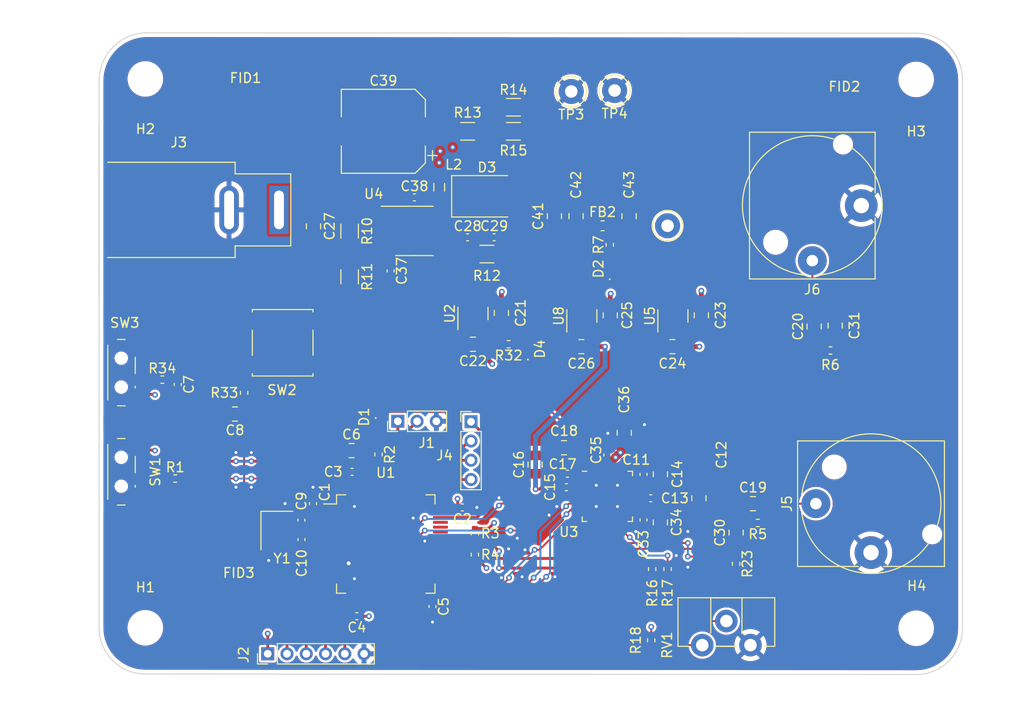
<source format=kicad_pcb>
(kicad_pcb (version 20221018) (generator pcbnew)
  (layers (0 "F.Cu" signal) (1 "In1.Cu" power) (2 "In2.Cu" power) (31 "B.Cu" signal) (34 "B.Paste" user) (35 "F.Paste" user) (36 "B.SilkS" user "B.Silkscreen") (37 "F.SilkS" user "F.Silkscreen") (38 "B.Mask" user) (39 "F.Mask" user) (44 "Edge.Cuts" user))
  (net 0 "")
  (net 1 "+3.3V")
  (net 2 "GND")
  (net 3 "Net-(R33-Pad1)")
  (net 4 "Net-(SW3-B)")
  (net 5 "OSC_PH0")
  (net 6 "OSC_PH1")
  (net 7 "+5V")
  (net 8 "+1V8")
  (net 9 "/comp5v")
  (net 10 "Net-(C28-Pad2)")
  (net 11 "+3.3VA")
  (net 12 "/SS5v")
  (net 13 "/ph5vout")
  (net 14 "+5VA")
  (net 15 "Net-(D1-A)")
  (net 16 "UART_RX")
  (net 17 "UART_TX")
  (net 18 "ADC11")
  (net 19 "ADC12")
  (net 20 "ADC13")
  (net 21 "ADC14")
  (net 22 "JTAG_TMS")
  (net 23 "JTAG_TCK")
  (net 24 "JTAG_TDI")
  (net 25 "JTAG_TDO")
  (net 26 "Net-(SW1-B)")
  (net 27 "Net-(U1-BOOT0)")
  (net 28 "PWR_LED_uC")
  (net 29 "I2C_SCL")
  (net 30 "I2C_SDA")
  (net 31 "/en5v")
  (net 32 "/fb5v")
  (net 33 "Net-(D4-A)")
  (net 34 "On-Switch")
  (net 40 "I2S_ext_SD")
  (net 41 "I2S_SD")
  (net 45 "Codec_GPIO")
  (net 51 "I2S_CK")
  (net 54 "I2S_WS")
  (net 58 "I2S_MCK")
  (net 72 "Codec_Reset")
  (net 73 "/Barreljack_in")
  (net 74 "/b5v")
  (net 75 "/Codec/MICBIAS")
  (net 76 "/Codec/MIC1LM")
  (net 77 "/Codec/Volume")
  (net 78 "/Codec/HPL")
  (net 79 "/Codec/Analog_In_L")
  (net 80 "/Codec/Analog_In_R")
  (net 81 "Net-(C19-Pad2)")
  (net 82 "/Codec/AudioOutBoard")
  (net 83 "Net-(C30-Pad2)")
  (net 86 "Net-(C31-Pad1)")
  (net 87 "Net-(U3-HPR)")
  (net 88 "/Codec/VolumeVDiv")
  (net 89 "Net-(D2-A)")
  (footprint "MountingHole:MountingHole_3.2mm_M3" (layer "F.Cu") (at 205.8 109.25)
    (fp_text reference "H4")
    (fp_text value "MountingHole" hide)
  )
  (footprint "Resistor_SMD:R_0402_1005Metric" (layer "F.Cu") (at 160 99.4 -90)
    (fp_text reference "R3")
    (fp_text value "2k2" hide)
  )
  (footprint "Resistor_SMD:R_0402_1005Metric" (layer "F.Cu") (at 180 103.1 -90)
    (fp_text reference "R17")
    (fp_text value "10k" hide)
  )
  (footprint "LED_SMD:LED_0402_1005Metric" (layer "F.Cu") (at 165.5 80.25 90)
    (fp_text reference "D4")
    (fp_text value "LED" hide)
  )
  (footprint "Capacitor_SMD:C_0805_2012Metric" (layer "F.Cu") (at 159.8 79.75)
    (fp_text reference "C22")
    (fp_text value "1u" hide)
  )
  (footprint "Resistor_SMD:R_0402_1005Metric" (layer "F.Cu") (at 196.9 80.4)
    (fp_text reference "R6")
    (fp_text value "0" hide)
  )
  (footprint "Capacitor_SMD:C_0402_1005Metric" (layer "F.Cu") (at 177.5 93.27 90)
    (fp_text reference "C11")
    (fp_text value "100n" hide)
  )
  (footprint "Package_QFP:LQFP-64_10x10mm_P0.5mm" (layer "F.Cu") (at 150.75 100.5)
    (fp_text reference "U1")
    (fp_text value "STM32F405RGTx" hide)
  )
  (footprint "Package_DFN_QFN:VQFN-32-1EP_5x5mm_P0.5mm_EP3.5x3.5mm" (layer "F.Cu") (at 173.75 95.55)
    (fp_text reference "U3")
    (fp_text value "TLV320AIC3100" hide)
  )
  (footprint "Capacitor_SMD:C_0402_1005Metric" (layer "F.Cu") (at 143.2 96.3 90)
    (fp_text reference "C1")
    (fp_text value "100n" hide)
  )
  (footprint "Capacitor_SMD:C_0402_1005Metric" (layer "F.Cu") (at 169.6 93.2 180)
    (fp_text reference "C17")
    (fp_text value "100n" hide)
  )
  (footprint "MountingHole:MountingHole_3.2mm_M3" (layer "F.Cu") (at 205.8 52.25)
    (fp_text reference "H3")
    (fp_text value "MountingHole" hide)
  )
  (footprint "Capacitor_SMD:C_0805_2012Metric" (layer "F.Cu") (at 195.21 77.91 90)
    (fp_text reference "C20")
    (fp_text value "47u" hide)
  )
  (footprint "Connector_PinHeader_2.00mm:PinHeader_1x06_P2.00mm_Vertical" (layer "F.Cu") (at 138.5 111.9 90)
    (fp_text reference "J2")
    (fp_text value "Conn_01x06_Pin" hide)
  )
  (footprint "Resistor_SMD:R_1206_3216Metric" (layer "F.Cu") (at 161.25 70.3875)
    (fp_text reference "R12")
    (fp_text value "30.9k" hide)
  )
  (footprint "Connector_Audio:Jack_6.35mm_Neutrik_NJ2FD-V_Vertical" (layer "F.Cu") (at 195.39 96.31 90)
    (fp_text reference "J5")
    (fp_text value "AudioJack2" hide)
  )
  (footprint "Package_SO:SOIC-8_3.9x4.9mm_P1.27mm" (layer "F.Cu") (at 153.725 67.9825)
    (fp_text reference "U4")
    (fp_text value "TPS54233" hide)
  )
  (footprint "Connector_PinHeader_2.00mm:PinHeader_1x03_P2.00mm_Vertical" (layer "F.Cu") (at 152 87.75 90)
    (fp_text reference "J1")
    (fp_text value "Conn_01x03_Pin" hide)
  )
  (footprint "Capacitor_SMD:C_0805_2012Metric" (layer "F.Cu") (at 197.39 77.81 90)
    (fp_text reference "C31")
    (fp_text value "47u" hide)
  )
  (footprint "Capacitor_SMD:C_0402_1005Metric" (layer "F.Cu") (at 159.25 68.6475)
    (fp_text reference "C28")
    (fp_text value "220p" hide)
  )
  (footprint "Capacitor_SMD:C_0805_2012Metric" (layer "F.Cu") (at 179.25 93.25 90)
    (fp_text reference "C14")
    (fp_text value "22u" hide)
  )
  (footprint "Capacitor_SMD:C_0402_1005Metric" (layer "F.Cu") (at 151.25 72.1375 -90)
    (fp_text reference "C37")
    (fp_text value "15n" hide)
  )
  (footprint "Capacitor_SMD:C_0805_2012Metric" (layer "F.Cu") (at 176 66.45 90)
    (fp_text reference "C43")
    (fp_text value "1u" hide)
  )
  (footprint "Capacitor_SMD:C_0805_2012Metric" (layer "F.Cu") (at 162.75 76.5 90)
    (fp_text reference "C21")
    (fp_text value "1u" hide)
  )
  (footprint "Capacitor_SMD:C_0805_2012Metric" (layer "F.Cu") (at 187.11 99.31 90)
    (fp_text reference "C30")
    (fp_text value "1u" hide)
  )
  (footprint "Capacitor_SMD:C_0402_1005Metric" (layer "F.Cu") (at 142 98.02 90)
    (fp_text reference "C9")
    (fp_text value "10p" hide)
  )
  (footprint "Diode_SMD:D_SMB" (layer "F.Cu") (at 161.25 64.3875)
    (fp_text reference "D3")
    (fp_text value "B230" hide)
  )
  (footprint "Capacitor_SMD:C_0805_2012Metric" (layer "F.Cu") (at 147.2 90.8)
    (fp_text reference "C6")
    (fp_text value "10u")
  )
  (footprint "Resistor_SMD:R_0402_1005Metric" (layer "F.Cu") (at 136.05 84.8 -90)
    (fp_text reference "R33")
    (fp_text value "220" hide)
  )
  (footprint "Fiducial:Fiducial_1mm_Mask2mm" (layer "F.Cu") (at 135.5 105.5)
    (fp_text reference "FID3")
    (fp_text value "Fiducial" hide)
  )
  (footprint "Capacitor_SMD:C_0805_2012Metric" (layer "F.Cu") (at 166.25 92.25 90)
    (fp_text reference "C16")
    (fp_text value "10u" hide)
  )
  (footprint "Fiducial:Fiducial_1mm_Mask2mm" (layer "F.Cu") (at 136.2 54.1)
    (fp_text reference "FID1")
    (fp_text value "Fiducial" hide)
  )
  (footprint "Capacitor_SMD:C_0805_2012Metric" (layer "F.Cu") (at 170.5 66.45 90)
    (fp_text reference "C42")
    (fp_text value "1u" hide)
  )
  (footprint "Capacitor_SMD:C_0805_2012Metric" (layer "F.Cu") (at 143.25 67.5 -90)
    (fp_text reference "C27")
    (fp_text value "10u" hide)
  )
  (footprint "Connector_Pin:Pin_D1.3mm_L11.0mm" (layer "F.Cu") (at 170 53.5)
    (fp_text reference "TP3")
    (fp_text value "TestPoint" hide)
  )
  (footprint "Resistor_SMD:R_1206_3216Metric" (layer "F.Cu") (at 159.25 57.6375)
    (fp_text reference "R13")
    (fp_text value "10k" hide)
  )
  (footprint "Capacitor_SMD:C_0805_2012Metric" (layer "F.Cu") (at 171.05 80)
    (fp_text reference "C26")
    (fp_text value "1u" hide)
  )
  (footprint "Capacitor_SMD:C_0402_1005Metric" (layer "F.Cu") (at 129.16 83.93 -90)
    (fp_text reference "C7")
    (fp_text value "100n" hide)
  )
  (footprint "Capacitor_SMD:C_0805_2012Metric" (layer "F.Cu") (at 135.1 87 180)
    (fp_text reference "C8")
    (fp_text value "1u" hide)
  )
  (footprint "Capacitor_SMD:C_0402_1005Metric" (layer "F.Cu") (at 155.6 107 -90)
    (fp_text reference "C5")
    (fp_text value "100n" hide)
  )
  (footprint "Button_Switch_SMD:SW_SPDT_PCM12" (layer "F.Cu") (at 123.63 93 -90)
    (fp_text reference "SW1")
    (fp_text value "SW_SPDT" hide)
  )
  (footprint "Capacitor_SMD:C_0805_2012Metric" (layer "F.Cu") (at 179.25 98.25 -90)
    (fp_text reference "C34")
    (fp_text value "10u" hide)
  )
  (footprint "Capacitor_SMD:C_0805_2012Metric" (layer "F.Cu") (at 183.5 76.75 90)
    (fp_text reference "C23")
    (fp_text value "1u" hide)
  )
  (footprint "Capacitor_SMD:C_0805_2012Metric" (layer "F.Cu") (at 175.5 88.95 90)
    (fp_text reference "C36")
    (fp_text value "10u" hide)
  )
  (footprint "Resistor_SMD:R_0402_1005Metric" (layer "F.Cu") (at 178.3 110.5 -90)
    (fp_text reference "R18")
    (fp_text value "10k" hide)
  )
  (footprint "Resistor_SMD:R_0402_1005Metric" (layer "F.Cu") (at 174 69.425 90)
    (fp_text reference "R7")
    (fp_text value "220" hide)
  )
  (footprint "Crystal:Crystal_SMD_3225-4Pin_3.2x2.5mm" (layer "F.Cu") (at 139.45 99.1 -90)
    (fp_text reference "Y1")
    (fp_text value "16MHz" hide)
  )
  (footprint "Resistor_SMD:R_1206_3216Metric" (layer "F.Cu") (at 164 57.6375)
    (fp_text reference "R15")
    (fp_text value "3.9k" hide)
  )
  (footprint "Potentiometer_THT:Potentiometer_ACP_CA9-H2,5_Horizontal" (layer "F.Cu") (at 183.6 111 90)
    (fp_text reference "RV1")
    (fp_text value "10k" hide)
  )
  (footprint "Resistor_SMD:R_1206_3216Metric" (layer "F.Cu") (at 164 55.1375)
    (fp_text reference "R14")
    (fp_text value "3.9k" hide)
  )
  (footprint "Resistor_SMD:R_1206_3216Metric" (layer "F.Cu") (at 147 72.75 -90)
    (fp_text reference "R11")
    (fp_text value "68.1k" hide)
  )
  (footprint "Button_Switch_SMD:SW_SPST_B3S-1000" (layer "F.Cu") (at 140.05 79.6)
    (fp_text reference "SW2")
    (fp_text value "SW_Push" hide)
  )
  (footprint "Connector_BarrelJack:BarrelJack_SwitchcraftConxall_RAPC10U_Horizontal" (layer "F.Cu") (at 139.67 65.8)
    (fp_text reference "J3")
    (fp_text value "Barrel_Jack")
    (fp_line (start -18.67 -9) (end -18.67 9) (stroke (width 0.12)) (layer "Edge.Cuts"))
  )
  (footprint "Resistor_SMD:R_0402_1005Metric" (layer "F.Cu") (at 127.56 83.43)
    (fp_text reference "R34")
    (fp_text value "10k" hide)
  )
  (footprint "Capacitor_SMD:C_0805_2012Metric" (layer "F.Cu") (at 169.25 90.5 180)
    (fp_text reference "C18")
    (fp_text value "10u" hide)
  )
  (footprint "Connector_PinHeader_2.00mm:PinHeader_1x04_P2.00mm_Vertical" (layer "F.Cu") (at 159.6 87.8)
    (fp_text reference "J4")
    (fp_text value "Conn_01x04_Pin" hide)
  )
  (footprint "Package_TO_SOT_SMD:SOT-23" (layer "F.Cu") (at 180.55 76.8125 90)
    (fp_text reference "U5")
    (fp_text value "TPS7A0533PDBZ" hide)
  )
  (footprint "Inductor_SMD:L_0805_2012Metric" (layer "F.Cu") (at 156.3 63.45 90)
    (fp_text reference "L2")
    (fp_text value "15u" hide)
  )
  (footprint "Fiducial:Fiducial_1mm_Mask2mm" (layer "F.Cu") (at 198.35 55)
    (fp_text reference "FID2")
    (fp_text value "Fiducial" hide)
  )
  (footprint "Capacitor_SMD:C_0402_1005Metric" (layer "F.Cu") (at 147.75 108 180)
    (fp_text reference "C4")
    (fp_text value "100n" hide)
  )
  (footprint "Capacitor_SMD:C_0805_2012Metric" (layer "F.Cu") (at 180.5 80)
    (fp_text reference "C24")
    (fp_text value "1u" hide)
  )
  (footprint "Capacitor_SMD:C_0402_1005Metric" (layer "F.Cu") (at 142 100.04 -90)
    (fp_text reference "C10")
    (fp_text value "10p" hide)
  )
  (footprint "Capacitor_SMD:C_0402_1005Metric" (layer "F.Cu") (at 147.25 93)
    (fp_text reference "C3")
    (fp_text value "100n" hide)
  )
  (footprint "Connector_Audio:Jack_6.35mm_Neutrik_NJ2FD-V_Vertical" (layer "F.Cu") (at 195.02 71.07 180)
    (fp_text reference "J6")
    (fp_text value "AudioJack2" hide)
  )
  (footprint "Connector_Pin:Pin_D1.3mm_L11.0mm" (layer "F.Cu") (at 174.5 53.4)
    (fp_text reference "TP4")
    (fp_text value "TestPoint" hide)
  )
  (footprint "Resistor_SMD:R_0402_1005Metric" (layer "F.Cu") (at 128.9 93.7)
    (fp_text reference "R1")
    (fp_text value "10k" hide)
  )
  (footprint "Capacitor_SMD:C_0402_1005Metric" (layer "F.Cu") (at 177.5 98 -90)
    (fp_text reference "C33")
    (fp_text value "100n" hide)
  )
  (footprint "Resistor_SMD:R_0402_1005Metric" (layer "F.Cu") (at 150 91.2 -90)
    (fp_text reference "R2")
    (fp_text value "220" hide)
  )
  (footprint "Capacitor_SMD:C_0402_1005Metric" (layer "F.Cu") (at 178.25 95.75)
    (fp_text reference "C13")
    (fp_text value "100n" hide)
  )
  (footprint "Capacitor_SMD:C_0805_2012Metric" (layer "F.Cu") (at 174.05 76.75 90)
    (fp_text reference "C25")
    (fp_text value "1u" hide)
  )
  (footprint "Resistor_SMD:R_1206_3216Metric" (layer "F.Cu") (at 147 68 -90)
    (fp_text reference "R10")
    (fp_text value "332k" hide)
  )
  (footprint "MountingHole:MountingHole_3.2mm_M3" (layer "F.Cu") (at 125.8 52.2)
    (fp_text reference "H2")
    (fp_text value "MountingHole" hide)
  )
  (footprint "Capacitor_SMD:C_0402_1005Metric" (layer "F.Cu") (at 173.75 91.25 90)
    (fp_text reference "C35")
    (fp_text value "100n" hide)
  )
  (footprint "LED_SMD:LED_0402_1005Metric" (layer "F.Cu") (at 149.7 88.5 -90)
    (fp_text reference "D1")
    (fp_text value "LED" hide)
  )
  (footprint "Button_Switch_SMD:SW_SPDT_PCM12" (layer "F.Cu") (at 123.63 82.7 -90)
    (fp_text reference "SW3")
    (fp_text value "SW_SPDT" hide)
  )
  (footprint "Capacitor_SMD:C_0402_1005Metric" (layer "F.Cu") (at 158.7 96.7)
    (fp_text reference "C2")
    (fp_text value "100n" hide)
  )
  (footprint "Package_TO_SOT_SMD:SOT-23" (layer "F.Cu") (at 171.1 76.8125 90)
    (fp_text reference "U8")
    (fp_text value "TPS7A0518PDBZ" hide)
  )
  (footprint "LED_SMD:LED_0402_1005Metric" (layer "F.Cu") (at 174 71.915 90)
    (fp_text reference "D2")
    (fp_text value "LED" hide)
  )
  (footprint "Resistor_SMD:R_0402_1005Metric" (layer "F.Cu") (at 189.36 98.31 180)
    (fp_text reference "R5")
    (fp_text value "0" hide)
  )
  (footprint "Capacitor_SMD:C_0805_2012Metric" (layer "F.Cu") (at 183.25 95.75 -90)
    (fp_text reference "C12")
    (fp_text value "22u" hide)
  )
  (footprint "Capacitor_SMD:C_0402_1005Metric" (layer "F.Cu") (at 169.5 94.6 180)
    (fp_text reference "C15")
    (fp_text value "100n" hide)
  )
  (footprint "Capacitor_SMD:C_0402_1005Metric" (layer "F.Cu") (at 153.73 64.5)
    (fp_text reference "C38")
    (fp_text value "100n" hide)
  )
  (footprint "Resistor_SMD:R_0402_1005Metric" (layer "F.Cu") (at 160 101.6 90)
    (fp_text reference "R4")
    (fp_text value "2k2" hide)
  )
  (footprint "Resistor_SMD:R_0402_1005Metric" (layer "F.Cu") (at 178.4 103.1 -90)
    (fp_text reference "R16")
    (fp_text value "10k" hide)
  )
  (footprint "Capacitor_SMD:C_0805_2012Metric" (layer "F.Cu") (at 168.25 66.45 90)
    (fp_text reference "C41")
    (fp_text value "10u" hide)
  )
  (footprint "Resistor_SMD:R_0402_1005Metric" (layer "F.Cu") (at 187.11 102.56 -90)
    (fp_text reference "R23")
    (fp_text value "10k" hide)
  )
  (footprint "Capacitor_SMD:CP_Elec_8x10.5" (layer "F.Cu") (at 150.5 57.6375 180)
    (fp_text reference "C39")
    (fp_text value "470u" hide)
  )
  (footprint "MountingHole:MountingHole_3.2mm_M3" (layer "F.Cu") (at 125.8 109.2)
    (fp_text reference "H1")
    (fp_text value "MountingHole" hide)
  )
  (footprint "Resistor_SMD:R_0402_1005Metric" (layer "F.Cu") (at 163.5 79.75 180)
    (fp_text reference "R32")
    (fp_text value "220" hide)
  )
  (footprint "Capacitor_SMD:C_0805_2012Metric" (layer "F.Cu") (at 188.86 96.31)
    (fp_text reference "C19")
    (fp_text value "1u" hide)
  )
  (footprint "Inductor_SMD:L_0603_1608Metric" (layer "F.Cu") (at 173.25 67.45)
    (fp_text reference "FB2")
    (fp_text value "100" hide)
  )
  (footprint "Capacitor_SMD:C_0402_1005Metric" (layer "F.Cu") (at 162 68.6375)
    (fp_text reference "C29")
    (fp_text value "220p" hide)
  )
  (footprint "Package_TO_SOT_SMD:SOT-23" (layer "F.Cu") (at 159.8 76.5625 90)
    (fp_text reference "U2")
    (fp_text value "TPS7A0533PDBZ" hide)
  )
  (footprint "Connector_Pin:Pin_D1.3mm_L11.0mm" (layer "F.Cu") (at 180 67.45 90)
    (fp_text reference "TP2" hide)
    (fp_text value "TestPoint" hide)
  )
  (gr_arc (start 121 52.4) (mid 122.394504 48.935841) (end 125.80016 47.403995) (stroke (width 0.1)) (layer "Edge.Cuts"))
  (gr_line (start 121 74.8) (end 121 109.2) (stroke (width 0.1)) (layer "Edge.Cuts"))
  (gr_line (start 125.80016 47.403995) (end 205.8 47.45) (stroke (width 0.1)) (layer "Edge.Cuts"))
  (gr_line (start 121 52.4) (end 121 58) (stroke (width 0.1)) (layer "Edge.Cuts"))
  (gr_arc (start 125.8 114) (mid 122.405887 112.594113) (end 121 109.2) (stroke (width 0.1)) (layer "Edge.Cuts"))
  (gr_line (start 210.6 52.25) (end 210.6 109.25) (stroke (width 0.1)) (layer "Edge.Cuts"))
  (gr_arc (start 210.6 109.25) (mid 209.194113 112.644113) (end 205.8 114.05) (stroke (width 0.1)) (layer "Edge.Cuts"))
  (gr_arc (start 205.8 47.45) (mid 209.194113 48.855887) (end 210.6 52.25) (stroke (width 0.1)) (layer "Edge.Cuts"))
  (gr_line (start 205.8 114.05) (end 125.8 114) (stroke (width 0.1)) (layer "Edge.Cuts"))
  (segment (start 138.5 111.9) (end 138.5 109.8) (width 0.3) (layer "F.Cu") (net 1))
  (segment (start 160 102.11) (end 160.31 102.11) (width 0.3) (layer "F.Cu") (net 1))
  (segment (start 156.425 96.75) (end 158.17 96.75) (width 0.3) (layer "F.Cu") (net 1))
  (segment (start 170.2 90.5) (end 170.2 93.08) (width 0.5) (layer "F.Cu") (net 1))
  (segment (start 155.255 106.175) (end 155.6 106.52) (width 0.3) (layer "F.Cu") (net 1))
  (segment (start 160.31 102.11) (end 161.2 103) (width 0.3) (layer "F.Cu") (net 1))
  (segment (start 125.06 90.75) (end 126.75 90.75) (width 0.3) (layer "F.Cu") (net 1))
  (segment (start 160.75 79.75) (end 160.75 80.75) (width 0.5) (layer "F.Cu") (net 1))
  (segment (start 160.75 77.5) (end 160.75 79.75) (width 0.5) (layer "F.Cu") (net 1))
  (segment (start 158.2 95.8) (end 158.22 95.82) (width 0.3) (layer "F.Cu") (net 1))
  (segment (start 143.23 96.75) (end 143.2 96.78) (width 0.3) (layer "F.Cu") (net 1))
  (segment (start 160 98.89) (end 161.41 98.89) (width 0.3) (layer "F.Cu") (net 1))
  (segment (start 145.725 90.8) (end 145.725 91.955) (width 0.5) (layer "F.Cu") (net 1))
  (segment (start 147 94.825) (end 147 93.23) (width 0.3) (layer "F.Cu") (net 1))
  (segment (start 125.06 84.95) (end 126.75 84.95) (width 0.3) (layer "F.Cu") (net 1))
  (segment (start 145.725 91.955) (end 146.77 93) (width 0.5) (layer "F.Cu") (net 1))
  (segment (start 170.816637 94.3) (end 170.08 93.563363) (width 0.3) (layer "F.Cu") (net 1))
  (segment (start 126.75 84.95) (end 126.8 85) (width 0.3) (layer "F.Cu") (net 1))
  (segment (start 126.75 90.75) (end 126.8 90.8) (width 0.3) (layer "F.Cu") (net 1))
  (segment (start 148 106.175) (end 148 107.77) (width 0.3) (layer "F.Cu") (net 1))
  (segment (start 158.22 95.82) (end 158.22 96.7) (width 0.3) (layer "F.Cu") (net 1))
  (segment (start 148.23 108) (end 149 108) (width 0.3) (layer "F.Cu") (net 1))
  (segment (start 147 93.23) (end 146.77 93) (width 0.3) (layer "F.Cu") (net 1))
  (segment (start 170.2 93.08) (end 170.08 93.2) (width 0.5) (layer "F.Cu") (net 1))
  (segment (start 170.08 93.563363) (end 170.08 93.2) (width 0.3) (layer "F.Cu") (net 1))
  (segment (start 154.5 106.175) (end 155.255 106.175) (width 0.3) (layer "F.Cu") (net 1))
  (segment (start 158.17 96.75) (end 158.22 96.7) (width 0.3) (layer "F.Cu") (net 1))
  (segment (start 145.075 96.75) (end 143.23 96.75) (width 0.3) (layer "F.Cu") (net 1))
  (segment (start 160.75 79.75) (end 162.99 79.75) (width 0.5) (layer "F.Cu") (net 1))
  (segment (start 161.41 98.89) (end 162 98.3) (width 0.3) (layer "F.Cu") (net 1))
  (segment (start 160.75 80.75) (end 161.8 81.8) (width 0.5) (layer "F.Cu") (net 1))
  (segment (start 148 107.77) (end 148.23 108) (width 0.3) (layer "F.Cu") (net 1))
  (segment (start 171.3 94.3) (end 170.816637 94.3) (width 0.3) (layer "F.Cu") (net 1))
  (via (at 158.2 95.8) (size 0.6) (drill 0.3) (layers "F.Cu" "B.Cu") (net 1))
  (via (at 126.8 90.8) (size 0.6) (drill 0.3) (layers "F.Cu" "B.Cu") (net 1))
  (via (at 149 108) (size 0.6) (drill 0.3) (layers "F.Cu" "B.Cu") (net 1))
  (via (at 126.8 85) (size 0.6) (drill 0.3) (layers "F.Cu" "B.Cu") (net 1))
  (via (at 161.2 103) (size 0.6) (drill 0.3) (layers "F.Cu" "B.Cu") (net 1))
  (via (at 162 98.3) (size 0.6) (drill 0.3) (layers "F.Cu" "B.Cu") (net 1))
  (via (at 138.5 109.8) (size 0.6) (drill 0.3) (layers "F.Cu" "B.Cu") (net 1))
  (via (at 161.8 81.8) (size 0.6) (drill 0.3) (layers "F.Cu" "B.Cu") (net 1))
  (segment (start 176.2 95.8) (end 174 95.8) (width 0.3) (layer "F.Cu") (net 2))
  (segment (start 155.6 107.48) (end 155.6 108.6) (width 0.3) (layer "F.Cu") (net 2))
  (segment (start 171.3 93.8) (end 172 93.8) (width 0.2) (layer "F.Cu") (net 2))
  (segment (start 147.5 94.825) (end 147.5 96.6) (width 0.3) (layer "F.Cu") (net 2))
  (segment (start 146.65 102.25) (end 145.075 102.25) (width 0.3) (layer "F.Cu") (net 2))
  (segment (start 173.5 93.1) (end 173.5 95.3) (width 0.3) (layer "F.Cu") (net 2))
  (segment (start 175.5 97.3) (end 173.75 95.55) (width 0.2) (layer "F.Cu") (net 2))
  (segment (start 175.5 98) (end 175.5 97.3) (width 0.2) (layer "F.Cu") (net 2))
  (segment (start 147.5 106.175) (end 147.5 107.77) (width 0.3) (layer "F.Cu") (net 2))
  (segment (start 175.5 93.1) (end 175.5 93.8) (width 0.2) (layer "F.Cu") (net 2))
  (segment (start 175 96.8) (end 173.75 95.55) (width 0.3) (layer "F.Cu") (net 2))
  (segment (start 174 95.8) (end 173.75 95.55) (width 0.3) (layer "F.Cu") (net 2))
  (segment (start 147.5 93.23) (end 147.73 93) (width 0.3) (layer "F.Cu") (net 2))
  (segment (start 175.5 93.8) (end 173.75 95.55) (width 0.2) (layer "F.Cu") (net 2))
  (segment (start 173.5 95.3) (end 173.75 95.55) (width 0.3) (layer "F.Cu") (net 2))
  (segment (start 159.18 96.7) (end 160.2 96.7) (width 0.3) (layer "F.Cu") (net 2))
  (segment (start 147.5 106.175) (end 147.5 104.1) (width 0.3) (layer "F.Cu") (net 2))
  (segment (start 148.675 92.055) (end 147.73 93) (width 0.5) (layer "F.Cu") (net 2))
  (segment (start 143.2 95.82) (end 143.2 94.6) (width 0.3) (layer "F.Cu") (net 2))
  (segment (start 146.9 102.5) (end 146.65 102.25) (width 0.3) (layer "F.Cu") (net 2))
  (segment (start 176.2 96.8) (end 175 96.8) (width 0.3) (layer "F.Cu") (net 2))
  (segment (start 147.5 107.77) (end 147.27 108) (width 0.3) (layer "F.Cu") (net 2))
  (segment (start 148.675 90.8) (end 148.675 92.055) (width 0.5) (layer "F.Cu") (net 2))
  (segment (start 172 93.8) (end 173.75 95.55) (width 0.2) (layer "F.Cu") (net 2))
  (segment (start 147.5 94.825) (end 147.5 93.23) (width 0.3) (layer "F.Cu") (net 2))
  (via (at 162.5 95.7) (size 0.6) (drill 0.3) (layers "F.Cu" "B.Cu") (net 2))
  (via (at 172.6 96.6) (size 0.6) (drill 0.3) (layers "F.Cu" "B.Cu") (net 2))
  (via (at 135.2 91) (size 0.6) (drill 0.3) (layers "F.Cu" "B.Cu") (net 2))
  (via (at 163.5 101) (size 0.6) (drill 0.3) (layers "F.Cu" "B.Cu") (net 2))
  (via (at 143.2 94.6) (size 0.6) (drill 0.3) (layers "F.Cu" "B.Cu") (net 2))
  (via (at 165.2 101.1) (size 0.6) (drill 0.3) (layers "F.Cu" "B.Cu") (net 2))
  (via (at 136.8 94.6) (size 0.6) (drill 0.3) (layers "F.Cu" "B.Cu") (net 2))
  (via (at 182.1 102.9) (size 0.6) (drill 0.3) (layers "F.Cu" "B.Cu") (net 2))
  (via (at 138.6 102.2) (size 0.6) (drill 0.3) (layers "F.Cu" "B.Cu") (net 2))
  (via (at 182.1 99.2) (size 0.6) (drill 0.3) (layers "F.Cu" "B.Cu") (net 2))
  (via (at 174.8 94.4) (size 0.6) (drill 0.3) (layers "F.Cu" "B.Cu") (net 2))
  (via (at 162.75 104) (size 0.6) (drill 0.3) (layers "F.Cu" "B.Cu") (net 2))
  (via (at 174.8 96.6) (size 0.6) (drill 0.3) (layers "F.Cu" "B.Cu") (net 2))
  (via (at 155.6 108.6) (size 0.6) (drill 0.3) (layers "F.Cu" "B.Cu") (net 2))
  (via (at 154.8 100.2) (size 0.6) (drill 0.3) (layers "F.Cu" "B.Cu") (net 2))
  (via (at 153.6 97.8) (size 0.6) (drill 0.3) (layers "F.Cu" "B.Cu") (net 2))
  (via (at 177.6 88.1) (size 0.6) (drill 0.3) (layers "F.Cu" "B.Cu") (net 2))
  (via (at 140.3 96.3) (size 0.6) (drill 0.3) (layers "F.Cu" "B.Cu") (net 2))
  (via (at 146.9 102.5) (size 0.8) (drill 0.4) (layers "F.Cu" "B.Cu") (net 2))
  (via (at 168.3 103.9) (size 0.6) (drill 0.3) (layers "F.Cu" "B.Cu") (net 2))
  (via (at 173.8 89) (size 0.6) (drill 0.3) (layers "F.Cu" "B.Cu") (net 2))
  (via (at 167.7 97.5) (size 0.6) (drill 0.3) (layers "F.Cu" "B.Cu") (net 2))
  (via (at 136.8 91) (size 0.6) (drill 0.3) (layers "F.Cu" "B.Cu") (net 2))
  (via (at 135.2 94.6) (size 0.6) (drill 0.3) (layers "F.Cu" "B.Cu") (net 2))
  (via (at 176.7 99.2) (size 0.6) (drill 0.3) (layers "F.Cu" "B.Cu") (net 2))
  (via (at 164.9 103.9) (size 0.6) (drill 0.3) (layers "F.Cu" "B.Cu") (net 2))
  (via (at 147.5 96.6) (size 0.6) (drill 0.3) (layers "F.Cu" "B.Cu") (net 2))
  (via (at 168.5 96.6) (size 0.6) (drill 0.3) (layers "F.Cu" "B.Cu") (net 2))
  (via (at 160.2 96.7) (size 0.6) (drill 0.3) (layers "F.Cu" "B.Cu") (net 2))
  (via (at 172.6 94.4) (size 0.6) (drill 0.3) (layers "F.Cu" "B.Cu") (net 2))
  (via (at 147.5 104.1) (size 0.6) (drill 0.3) (layers "F.Cu" "B.Cu") (net 2))
  (via (at 164.4 99.9) (size 0.6) (drill 0.3) (layers "F.Cu" "B.Cu") (net 2))
  (via (at 180.9 101.7) (size 0.6) (drill 0.3) (layers "F.Cu" "B.Cu") (net 2))
  (segment (start 136.075 81.85) (end 136.075 84.265) (width 0.3) (layer "F.Cu") (net 3))
  (segment (start 136.075 84.265) (end 136.05 84.29) (width 0.3) (layer "F.Cu") (net 3))
  (segment (start 136.075 81.85) (end 144.025 81.85) (width 0.3) (layer "F.Cu") (net 3))
  (segment (start 127.03 83.45) (end 127.05 83.43) (width 0.3) (layer "F.Cu") (net 4))
  (segment (start 125.06 83.45) (end 127.03 83.45) (width 0.3) (layer "F.Cu") (net 4))
  (segment (start 138.6 98.1) (end 138.6 98) (width 0.3) (layer "F.Cu") (net 5))
  (segment (start 142.25 98.75) (end 142 98.5) (width 0.3) (layer "F.Cu") (net 5))
  (segment (start 145.075 98.75) (end 142.25 98.75) (width 0.3) (layer "F.Cu") (net 5))
  (segment (start 142 98.5) (end 141.45 99.05) (width 0.3) (layer "F.Cu") (net 5))
  (segment (start 139.55 99.05) (end 138.6 98.1) (width 0.3) (layer "F.Cu") (net 5))
  (segment (start 141.45 99.05) (end 139.55 99.05) (width 0.3) (layer "F.Cu") (net 5))
  (segment (start 142.31 99.25) (end 142 99.56) (width 0.3) (layer "F.Cu") (net 6))
  (segment (start 140.94 99.56) (end 140.3 100.2) (width 0.3) (layer "F.Cu") (net 6))
  (segment (start 145.075 99.25) (end 142.31 99.25) (width 0.3) (layer "F.Cu") (net 6))
  (segment (start 142 99.56) (end 140.94 99.56) (width 0.3) (layer "F.Cu") (net 6))
  (segment (start 159.8 75.625) (end 162.675 75.625) (width 0.5) (layer "F.Cu") (net 7))
  (segment (start 162.75 74.35) (end 162.8 74.3) (width 0.5) (layer "F.Cu") (net 7))
  (segment (start 183.5 75.8) (end 183.5 74.2) (width 0.5) (layer "F.Cu") (net 7))
  (segment (start 162.75 75.55) (end 162.75 74.35) (width 0.5) (layer "F.Cu") (net 7))
  (segment (start 180.55 75.875) (end 183.425 75.875) (width 0.5) (layer "F.Cu") (net 7))
  (segment (start 171.1 75.875) (end 173.975 75.875) (width 0.5) (layer "F.Cu") (net 7))
  (segment (start 183.425 75.875) (end 183.5 75.8) (width 0.5) (layer "F.Cu") (net 7))
  (segment (start 162.675 75.625) (end 162.75 75.55) (width 0.5) (layer "F.Cu") (net 7))
  (segment (start 173.975 75.875) (end 174.05 75.8) (width 0.5) (layer "F.Cu") (net 7))
  (segment (start 174.05 74.55) (end 174.1 74.5) (width 0.5) (layer "F.Cu") (net 7))
  (segment (start 174.05 75.8) (end 174.05 74.55) (width 0.5) (layer "F.Cu") (net 7))
  (via (at 162.8 74.3) (size 0.6) (drill 0.3) (layers "F.Cu" "B.Cu") (net 7))
  (via (at 156.3 60.9) (size 0.6) (drill 0.3) (layers "F.Cu" "B.Cu") (net 7))
  (via (at 183.5 74.2) (size 0.6) (drill 0.3) (layers "F.Cu" "B.Cu") (net 7))
  (via (at 174.1 74.5) (size 0.6) (drill 0.3) (layers "F.Cu" "B.Cu") (net 7))
  (via (at 157.7 59.3) (size 0.6) (drill 0.3) (layers "F.Cu" "B.Cu") (net 7))
  (via (at 156.4 59.7) (size 0.6) (drill 0.3) (layers "F.Cu" "B.Cu") (net 7))
  (segment (start 169.98 94.6) (end 169.98 94.757035) (width 0.3) (layer "F.Cu") (net 8))
  (segment (start 166.3 94.8) (end 166.3 93.25) (width 0.5) (layer "F.Cu") (net 8))
  (segment (start 169.362965 93.94) (end 167.56 93.94) (width 0.3) (layer "F.Cu") (net 8))
  (segment (start 172.05 79.95) (end 172 80) (width 0.5) (layer "F.Cu") (net 8))
  (segment (start 170.18 94.8) (end 169.98 94.6) (width 0.3) (layer "F.Cu") (net 8))
  (segment (start 166.3 93.25) (end 166.25 93.2) (width 0.5) (layer "F.Cu") (net 8))
  (segment (start 172 80) (end 173.5 80) (width 0.5) (layer "F.Cu") (net 8))
  (segment (start 166.7 94.8) (end 166.3 94.8) (width 0.3) (layer "F.Cu") (net 8))
  (segment (start 169.98 94.6) (end 169.98 94.557035) (width 0.3) (layer "F.Cu") (net 8))
  (segment (start 169.98 94.557035) (end 169.362965 93.94) (width 0.3) (layer "F.Cu") (net 8))
  (segment (start 172.05 77.75) (end 172.05 79.95) (width 0.5) (layer "F.Cu") (net 8))
  (segment (start 171.3 94.8) (end 170.18 94.8) (width 0.3) (layer "F.Cu") (net 8))
  (segment (start 167.56 93.94) (end 166.7 94.8) (width 0.3) (layer "F.Cu") (net 8))
  (via (at 166.3 94.8) (size 0.6) (drill 0.3) (layers "F.Cu" "B.Cu") (net 8))
  (via (at 173.5 80) (size 0.6) (drill 0.3) (layers "F.Cu" "B.Cu") (net 8))
  (segment (start 173.5 82.1) (end 166.3 89.3) (width 0.5) (layer "B.Cu") (net 8))
  (segment (start 173.5 80) (end 173.5 82.1) (width 0.5) (layer "B.Cu") (net 8))
  (segment (start 166.3 89.3) (end 166.3 94.8) (width 0.5) (layer "B.Cu") (net 8))
  (segment (start 159.1125 67.9875) (end 158.77 68.33) (width 0.3) (layer "F.Cu") (net 9))
  (segment (start 160.87 67.9875) (end 159.1125 67.9875) (width 0.3) (layer "F.Cu") (net 9))
  (segment (start 158.77 68.33) (end 158.77 68.6475) (width 0.3) (layer "F.Cu") (net 9))
  (segment (start 156.2 68.6175) (end 158.74 68.6175) (width 0.3) (layer "F.Cu") (net 9))
  (segment (start 158.74 68.6175) (end 158.77 68.6475) (width 0.3) (layer "F.Cu") (net 9))
  (segment (start 161.52 68.6375) (end 160.87 67.9875) (width 0.3) (layer "F.Cu") (net 9))
  (segment (start 159.73 70.33) (end 159.7875 70.3875) (width 0.3) (layer "F.Cu") (net 10))
  (segment (start 159.73 68.6475) (end 159.73 70.33) (width 0.3) (layer "F.Cu") (net 10))
  (segment (start 178.3 109.99) (end 178.3 109.1) (width 0.2) (layer "F.Cu") (net 11))
  (segment (start 181.5 79.95) (end 181.45 80) (width 0.5) (layer "F.Cu") (net 11))
  (segment (start 181.5 77.75) (end 181.5 79.95) (width 0.5) (layer "F.Cu") (net 11))
  (segment (start 181.45 80) (end 183.3 80) (width 0.5) (layer "F.Cu") (net 11))
  (via (at 178.3 109.1) (size 0.6) (drill 0.3) (layers "F.Cu" "B.Cu") (net 11))
  (via (at 174.6 91.5) (size 0.6) (drill 0.3) (layers "F.Cu" "B.Cu") (net 11))
  (via (at 183.3 80) (size 0.6) (drill 0.3) (layers "F.Cu" "B.Cu") (net 11))
  (via (at 175.1 91) (size 0.6) (drill 0.3) (layers "F.Cu" "B.Cu") (net 11))
  (segment (start 151.25 71.6575) (end 151.25 69.8875) (width 0.3) (layer "F.Cu") (net 12))
  (segment (start 156.3 64.5125) (end 156.3 65.9775) (width 0.5) (layer "F.Cu") (net 13))
  (segment (start 154.21 64.5) (end 156.2875 64.5) (width 0.5) (layer "F.Cu") (net 13))
  (segment (start 156.3 64.5125) (end 158.975 64.5125) (width 0.5) (layer "F.Cu") (net 13))
  (segment (start 156.2875 64.5) (end 156.3 64.5125) (width 0.5) (layer "F.Cu") (net 13))
  (segment (start 158.975 64.5125) (end 159.1 64.3875) (width 0.5) (layer "F.Cu") (net 13))
  (segment (start 156.3 65.9775) (end 156.2 66.0775) (width 0.5) (layer "F.Cu") (net 13))
  (segment (start 150 89.285) (end 149.7 88.985) (width 0.2) (layer "F.Cu") (net 15))
  (segment (start 150 90.69) (end 150 89.285) (width 0.2) (layer "F.Cu") (net 15))
  (segment (start 152 94.825) (end 152 87.75) (width 0.3) (layer "F.Cu") (net 16))
  (segment (start 152.5 89.25) (end 154 87.75) (width 0.3) (layer "F.Cu") (net 17))
  (segment (start 152.5 94.825) (end 152.5 89.25) (width 0.3) (layer "F.Cu") (net 17))
  (segment (start 140.5 106.741853) (end 140.5 111.9) (width 0.3) (layer "F.Cu") (net 18))
  (segment (start 143.991853 103.25) (end 140.5 106.741853) (width 0.3) (layer "F.Cu") (net 18))
  (segment (start 145.075 103.25) (end 143.991853 103.25) (width 0.3) (layer "F.Cu") (net 18))
  (segment (start 144.198959 103.75) (end 142.5 105.448959) (width 0.3) (layer "F.Cu") (net 19))
  (segment (start 142.5 105.448959) (end 142.5 111.9) (width 0.3) (layer "F.Cu") (net 19))
  (segment (start 145.075 103.75) (end 144.198959 103.75) (width 0.3) (layer "F.Cu") (net 19))
  (segment (start 145.075 104.25) (end 144.5 104.825) (width 0.3) (layer "F.Cu") (net 20))
  (segment (start 144.5 104.825) (end 144.5 111.9) (width 0.3) (layer "F.Cu") (net 20))
  (segment (start 147 106.175) (end 146.5 106.675) (width 0.3) (layer "F.Cu") (net 21))
  (segment (start 146.5 106.675) (end 146.5 111.9) (width 0.3) (layer "F.Cu") (net 21))
  (segment (start 156.425 97.75) (end 160.210661 97.75) (width 0.3) (layer "F.Cu") (net 22))
  (segment (start 160.95 89.15) (end 159.6 87.8) (width 0.3) (layer "F.Cu") (net 22))
  (segment (start 160.95 97.010661) (end 160.95 89.15) (width 0.3) (layer "F.Cu") (net 22))
  (segment (start 160.210661 97.75) (end 160.95 97.010661) (width 0.3) (layer "F.Cu") (net 22))
  (segment (start 154.5 94.692894) (end 159.392894 89.8) (width 0.3) (layer "F.Cu") (net 23))
  (segment (start 154.5 94.825) (end 154.5 94.692894) (width 0.3) (layer "F.Cu") (net 23))
  (segment (start 159.392894 89.8) (end 159.6 89.8) (width 0.3) (layer "F.Cu") (net 23))
  (segment (start 154.15 95.95) (end 154.751041 95.95) (width 0.3) (layer "F.Cu") (net 24))
  (segment (start 154.075 95.875) (end 154.15 95.95) (width 0.3) (layer "F.Cu") (net 24))
  (segment (start 158.1 91.8) (end 159.6 91.8) (width 0.3) (layer "F.Cu") (net 24))
  (segment (start 154.075 95.776041) (end 154.075 95.875) (width 0.3) (layer "F.Cu") (net 24))
  (segment (start 154 95.701041) (end 154.075 95.776041) (width 0.3) (layer "F.Cu") (net 24))
  (segment (start 155.2 94.7) (end 158.1 91.8) (width 0.3) (layer "F.Cu") (net 24))
  (segment (start 154 94.825) (end 154 95.701041) (width 0.3) (layer "F.Cu") (net 24))
  (segment (start 154.751041 95.95) (end 155.2 95.501041) (width 0.3) (layer "F.Cu") (net 24))
  (segment (start 155.2 95.501041) (end 155.2 94.7) (width 0.3) (layer "F.Cu") (net 24))
  (segment (start 155.25 96.45) (end 157.9 93.8) (width 0.3) (layer "F.Cu") (net 25))
  (segment (start 151.5 94.825) (end 151.5 95.701041) (width 0.3) (layer "F.Cu") (net 25))
  (segment (start 157.9 93.8) (end 159.6 93.8) (width 0.3) (layer "F.Cu") (net 25))
  (segment (start 151.5 95.701041) (end 152.248959 96.45) (width 0.3) (layer "F.Cu") (net 25))
  (segment (start 152.248959 96.45) (end 155.25 96.45) (width 0.3) (layer "F.Cu") (net 25))
  (segment (start 125.06 93.75) (end 128.34 93.75) (width 0.3) (layer "F.Cu") (net 26))
  (segment (start 128.34 93.75) (end 128.39 93.7) (width 0.3) (layer "F.Cu") (net 26))
  (segment (start 148.3 97.2) (end 149 96.5) (width 0.2) (layer "F.Cu") (net 27))
  (segment (start 147.251471 97.2) (end 148.3 97.2) (width 0.2) (layer "F.Cu") (net 27))
  (segment (start 149 96.5) (end 149 94.825) (width 0.2) (layer "F.Cu") (net 27))
  (segment (start 143.751471 93.7) (end 147.251471 97.2) (width 0.2) (layer "F.Cu") (net 27))
  (segment (start 136.8 93.7) (end 143.751471 93.7) (width 0.2) (layer "F.Cu") (net 27))
  (segment (start 129.41 93.7) (end 135.2 93.7) (width 0.2) (layer "F.Cu") (net 27))
  (via (at 136.8 93.7) (size 0.6) (drill 0.3) (layers "F.Cu" "B.Cu") (net 27))
  (via (at 135.2 93.7) (size 0.6) (drill 0.3) (layers "F.Cu" "B.Cu") (net 27))
  (segment (start 135.2 93.7) (end 136.8 93.7) (width 0.2) (layer "B.Cu") (net 27))
  (segment (start 150 94.825) (end 150 91.71) (width 0.2) (layer "F.Cu") (net 28))
  (segment (start 162.5 103) (end 169 103) (width 0.3) (layer "F.Cu") (net 29))
  (segment (start 161.1595 99.91) (end 162.5 101.2505) (width 0.3) (layer "F.Cu") (net 29))
  (segment (start 160 99.91) (end 161.1595 99.91) (width 0.3) (layer "F.Cu") (net 29))
  (segment (start 172.5 99.5) (end 172.5 98) (width 0.3) (layer "F.Cu") (net 29))
  (segment (start 156.425 100.25) (end 159.66 100.25) (width 0.3) (layer "F.Cu") (net 29))
  (segment (start 159.66 100.25) (end 160 99.91) (width 0.3) (layer "F.Cu") (net 29))
  (segment (start 169 103) (end 172.5 99.5) (width 0.3) (layer "F.Cu") (net 29))
  (via (at 162.5 103) (size 0.6) (drill 0.3) (layers "F.Cu" "B.Cu") (net 29))
  (via (at 162.5 101.2505) (size 0.6) (drill 0.3) (layers "F.Cu" "B.Cu") (net 29))
  (segment (start 162.5 101.2505) (end 162.5 103) (width 0.3) (layer "B.Cu") (net 29))
  (segment (start 160 101.09) (end 160.09 101.09) (width 0.3) (layer "F.Cu") (net 30))
  (segment (start 161 102) (end 169 102) (width 0.3) (layer "F.Cu") (net 30))
  (segment (start 172 99) (end 172 98) (width 0.3) (layer "F.Cu") (net 30))
  (segment (start 156.425 100.75) (end 159.66 100.75) (width 0.3) (layer "F.Cu") (net 30))
  (segment (start 169 102) (end 172 99) (width 0.3) (layer "F.Cu") (net 30))
  (segment (start 160.09 101.09) (end 161 102) (width 0.3) (layer "F.Cu") (net 30))
  (segment (start 159.66 100.75) (end 160 101.09) (width 0.3) (layer "F.Cu") (net 30))
  (segment (start 147 69.4625) (end 147.845 68.6175) (width 0.5) (layer "F.Cu") (net 31))
  (segment (start 147.845 68.6175) (end 151.25 68.6175) (width 0.5) (layer "F.Cu") (net 31))
  (segment (start 147 69.4625) (end 147 71.2875) (width 0.5) (layer "F.Cu") (net 31))
  (segment (start 160.7125 57.6375) (end 165.1 62.025) (width 0.5) (layer "F.Cu") (net 32))
  (segment (start 160.7125 57.6375) (end 162.5375 57.6375) (width 0.5) (layer "F.Cu") (net 32))
  (segment (start 165.1 62.025) (end 165.1 70) (width 0.5) (layer "F.Cu") (net 32))
  (segment (start 165.1 70) (end 163.3875 71.7125) (width 0.5) (layer "F.Cu") (net 32))
  (segment (start 158.025 71.7125) (end 156.2 69.8875) (width 0.5) (layer "F.Cu") (net 32))
  (segment (start 162.5375 55.1375) (end 162.5375 57.6375) (width 0.5) (layer "F.Cu") (net 32))
  (segment (start 163.3875 71.7125) (end 158.025 71.7125) (width 0.5) (layer "F.Cu") (net 32))
  (segment (start 164.01 79.75) (end 165.485 79.75) (width 0.3) (layer "F.Cu") (net 33))
  (segment (start 165.485 79.75) (end 165.5 79.765) (width 0.3) (layer "F.Cu") (net 33))
  (segment (start 129.14 83.43) (end 129.16 83.45) (width 0.3) (layer "F.Cu") (net 34))
  (segment (start 148.03 87.37) (end 150.078571 87.37) (width 0.3) (layer "F.Cu") (net 34))
  (segment (start 136.8 91.9) (end 143.5 91.9) (width 0.3) (layer "F.Cu") (net 34))
  (segment (start 133.3 90.7) (end 134.5 91.9) (width 0.3) (layer "F.Cu") (net 34))
  (segment (start 143.5 91.9) (end 148.03 87.37) (width 0.3) (layer "F.Cu") (net 34))
  (segment (start 133.3 87.547035) (end 133.3 90.7) (width 0.3) (layer "F.Cu") (net 34))
  (segment (start 150.078571 87.37) (end 150.9 88.191429) (width 0.3) (layer "F.Cu") (net 34))
  (segment (start 129.202965 83.45) (end 133.3 87.547035) (width 0.3) (layer "F.Cu") (net 34))
  (segment (start 150.5 92.97) (end 150.5 94.825) (width 0.3) (layer "F.Cu") (net 34))
  (segment (start 129.16 83.45) (end 129.202965 83.45) (width 0.3) (layer "F.Cu") (net 34))
  (segment (start 128.07 83.43) (end 129.14 83.43) (width 0.3) (layer "F.Cu") (net 34))
  (segment (start 134.5 91.9) (end 135.2 91.9) (width 0.3) (layer "F.Cu") (net 34))
  (segment (start 150.9 88.191429) (end 150.9 92.57) (width 0.3) (layer "F.Cu") (net 34))
  (segment (start 150.9 92.57) (end 150.5 92.97) (width 0.3) (layer "F.Cu") (net 34))
  (via (at 136.8 91.9) (size 0.6) (drill 0.3) (layers "F.Cu" "B.Cu") (net 34))
  (via (at 135.2 91.9) (size 0.6) (drill 0.3) (layers "F.Cu" "B.Cu") (net 34))
  (segment (start 135.2 91.9) (end 136.8 91.9) (width 0.3) (layer "B.Cu") (net 34))
  (segment (start 162.5 96.5) (end 162.7 96.3) (width 0.2) (layer "F.Cu") (net 40))
  (segment (start 154.8 97.8) (end 151.35 101.25) (width 0.2) (layer "F.Cu") (net 40))
  (segment (start 151.35 101.25) (end 145.075 101.25) (width 0.2) (layer "F.Cu") (net 40))
  (segment (start 166.9 96.3) (end 167.9 95.3) (width 0.2) (layer "F.Cu") (net 40))
  (segment (start 167.9 95.3) (end 171.3 95.3) (width 0.2) (layer "F.Cu") (net 40))
  (segment (start 162.7 96.3) (end 166.9 96.3) (width 0.2) (layer "F.Cu") (net 40))
  (via (at 162.5 96.5) (size 0.6) (drill 0.3) (layers "F.Cu" "B.Cu") (net 40))
  (via (at 154.8 97.8) (size 0.6) (drill 0.3) (layers "F.Cu" "B.Cu") (net 40))
  (segment (start 154.9 97.9) (end 154.8 97.8) (width 0.2) (layer "B.Cu") (net 40))
  (segment (start 161.1 97.9) (end 154.9 97.9) (width 0.2) (layer "B.Cu") (net 40))
  (segment (start 162.5 96.5) (end 161.1 97.9) (width 0.2) (layer "B.Cu") (net 40))
  (segment (start 152.15 101.75) (end 154.8 99.1) (width 0.2) (layer "F.Cu") (net 41))
  (segment (start 163.7 99.1) (end 165 99.1) (width 0.2) (layer "F.Cu") (net 41))
  (segment (start 168.3 95.8) (end 171.3 95.8) (width 0.2) (layer "F.Cu") (net 41))
  (segment (start 145.075 101.75) (end 152.15 101.75) (width 0.2) (layer "F.Cu") (net 41))
  (segment (start 165 99.1) (end 168.3 95.8) (width 0.2) (layer "F.Cu") (net 41))
  (via (at 163.7 99.1) (size 0.6) (drill 0.3) (layers "F.Cu" "B.Cu") (net 41))
  (via (at 154.8 99.1) (size 0.6) (drill 0.3) (layers "F.Cu" "B.Cu") (net 41))
  (segment (start 154.8 99.1) (end 163.7 99.1) (width 0.2) (layer "B.Cu") (net 41))
  (segment (start 153 107.7) (end 154.5 109.2) (width 0.2) (layer "F.Cu") (net 51))
  (segment (start 162.1 109.2) (end 167.4 103.9) (width 0.2) (layer "F.Cu") (net 51))
  (segment (start 154.5 109.2) (end 162.1 109.2) (width 0.2) (layer "F.Cu") (net 51))
  (segment (start 169.5 97.4) (end 170.1 96.8) (width 0.2) (layer "F.Cu") (net 51))
  (segment (start 153 106.175) (end 153 107.7) (width 0.2) (layer "F.Cu") (net 51))
  (segment (start 170.1 96.8) (end 171.3 96.8) (width 0.2) (layer "F.Cu") (net 51))
  (via (at 167.4 103.9) (size 0.6) (drill 0.3) (layers "F.Cu" "B.Cu") (net 51))
  (via (at 169.5 97.4) (size 0.6) (drill 0.3) (layers "F.Cu" "B.Cu") (net 51))
  (segment (start 167.8 103.5) (end 167.4 103.9) (width 0.2) (layer "B.Cu") (net 51))
  (segment (start 169.5 97.4) (end 167.8 99.1) (width 0.2) (layer "B.Cu") (net 51))
  (segment (start 167.8 99.1) (end 167.8 103.5) (width 0.2) (layer "B.Cu") (net 51))
  (segment (start 156.425 104.25) (end 158.75 104.25) (width 0.2) (layer "F.Cu") (net 54))
  (segment (start 169.752178 96.3) (end 171.3 96.3) (width 0.2) (layer "F.Cu") (net 54))
  (segment (start 164.8 105.3) (end 166.1 104) (width 0.2) (layer "F.Cu") (net 54))
  (segment (start 169.476089 96.576089) (end 169.752178 96.3) (width 0.2) (layer "F.Cu") (net 54))
  (segment (start 158.75 104.25) (end 159.8 105.3) (width 0.2) (layer "F.Cu") (net 54))
  (segment (start 159.8 105.3) (end 164.8 105.3) (width 0.2) (layer "F.Cu") (net 54))
  (via (at 169.476089 96.576089) (size 0.6) (drill 0.3) (layers "F.Cu" "B.Cu") (net 54))
  (via (at 166.1 104) (size 0.6) (drill 0.3) (layers "F.Cu" "B.Cu") (net 54))
  (segment (start 169.476089 96.576089) (end 166.8 99.252178) (width 0.2) (layer "B.Cu") (net 54))
  (segment (start 166.8 99.252178) (end 166.8 103.3) (width 0.2) (layer "B.Cu") (net 54))
  (segment (start 166.8 103.3) (end 166.1 104) (width 0.2) (layer "B.Cu") (net 54))
  (segment (start 161.554817 104.6) (end 159.204817 102.25) (width 0.2) (layer "F.Cu") (net 58))
  (segment (start 166.2 101.1) (end 166.7 101.1) (width 0.2) (layer "F.Cu") (net 58))
  (segment (start 163.5 104.098529) (end 162.998529 104.6) (width 0.2) (layer "F.Cu") (net 58))
  (segment (start 163.549503 104) (end 163.5 104.049503) (width 0.2) (layer "F.Cu") (net 58))
  (segment (start 166.7 101.1) (end 170.5 97.3) (width 0.2) (layer "F.Cu") (net 58))
  (segment (start 163.5 104.049503) (end 163.5 104.098529) (width 0.2) (layer "F.Cu") (net 58))
  (segment (start 162.998529 104.6) (end 161.554817 104.6) (width 0.2) (layer "F.Cu") (net 58))
  (segment (start 159.204817 102.25) (end 156.425 102.25) (width 0.2) (layer "F.Cu") (net 58))
  (segment (start 170.5 97.3) (end 171.3 97.3) (width 0.2) (layer "F.Cu") (net 58))
  (via (at 163.549503 104) (size 0.6) (drill 0.3) (layers "F.Cu" "B.Cu") (net 58))
  (via (at 166.2 101.1) (size 0.6) (drill 0.3) (layers "F.Cu" "B.Cu") (net 58))
  (segment (start 163.549503 104) (end 163.549503 103.750497) (width 0.2) (layer "B.Cu") (net 58))
  (segment (start 163.549503 103.750497) (end 166.2 101.1) (width 0.2) (layer "B.Cu") (net 58))
  (segment (start 136.275 86.775) (end 136.05 87) (width 0.2) (layer "F.Cu") (net 72))
  (segment (start 172.5 91.297183) (end 167.977817 86.775) (width 0.2) (layer "F.Cu") (net 72))
  (segment (start 136.05 85.31) (end 136.05 87) (width 0.2) (layer "F.Cu") (net 72))
  (segment (start 136.751471 101.2) (end 142.81967 101.2) (width 0.2) (layer "F.Cu") (net 72))
  (segment (start 167.977817 86.775) (end 136.275 86.775) (width 0.2) (layer "F.Cu") (net 72))
  (segment (start 136.05 100.498529) (end 136.751471 101.2) (width 0.2) (layer "F.Cu") (net 72))
  (segment (start 144.26967 99.75) (end 145.075 99.75) (width 0.2) (layer "F.Cu") (net 72))
  (segment (start 142.81967 101.2) (end 144.26967 99.75) (width 0.2) (layer "F.Cu") (net 72))
  (segment (start 136.05 87) (end 136.05 100.498529) (width 0.2) (layer "F.Cu") (net 72))
  (segment (start 172.5 93.1) (end 172.5 91.297183) (width 0.2) (layer "F.Cu") (net 72))
  (segment (start 151.25 65.15) (end 151.9 64.5) (width 0.5) (layer "F.Cu") (net 74))
  (segment (start 151.25 66.0775) (end 151.25 65.15) (width 0.5) (layer "F.Cu") (net 74))
  (segment (start 151.9 64.5) (end 153.25 64.5) (width 0.5) (layer "F.Cu") (net 74))
  (segment (start 176.39 102.59) (end 178.4 102.59) (width 0.2) (layer "F.Cu") (net 75))
  (segment (start 173.5 99.7) (end 176.39 102.59) (width 0.2) (layer "F.Cu") (net 75))
  (segment (start 173.5 98) (end 173.5 99.7) (width 0.2) (layer "F.Cu") (net 75))
  (segment (start 175.994674 99.801) (end 175 98.806326) (width 0.2) (layer "F.Cu") (net 76))
  (segment (start 180 102.59) (end 180 101.7) (width 0.2) (layer "F.Cu") (net 76))
  (segment (start 175 98.806326) (end 175 98) (width 0.2) (layer "F.Cu") (net 76))
  (segment (start 176.073911 99.801) (end 175.994674 99.801) (width 0.2) (layer "F.Cu") (net 76))
  (via (at 176.073911 99.801) (size 0.6) (drill 0.3) (layers "F.Cu" "B.Cu") (net 76))
  (via (at 180 101.7) (size 0.6) (drill 0.3) (layers "F.Cu" "B.Cu") (net 76))
  (segment (start 177.972911 101.7) (end 180 101.7) (width 0.2) (layer "B.Cu") (net 76))
  (segment (start 176.073911 99.801) (end 177.972911 101.7) (width 0.2) (layer "B.Cu") (net 76))
  (segment (start 173 98) (end 173 102) (width 0.2) (layer "F.Cu") (net 77))
  (segment (start 173 102) (end 179.5 108.5) (width 0.2) (layer "F.Cu") (net 77))
  (segment (start 179.5 108.5) (end 186.1 108.5) (width 0.2) (layer "F.Cu") (net 77))
  (segment (start 188.327348 78.86) (end 174.5 92.687348) (width 0.2) (layer "F.Cu") (net 78))
  (segment (start 174.5 92.687348) (end 174.5 93.1) (width 0.2) (layer "F.Cu") (net 78))
  (segment (start 195.21 78.86) (end 188.327348 78.86) (width 0.2) (layer "F.Cu") (net 78))
  (segment (start 187.657183 96.31) (end 187.91 96.31) (width 0.2) (layer "F.Cu") (net 79))
  (segment (start 175.6 101) (end 182.967183 101) (width 0.2) (layer "F.Cu") (net 79))
  (segment (start 174 99.4) (end 175.6 101) (width 0.2) (layer "F.Cu") (net 79))
  (segment (start 174 98) (end 174 99.4) (width 0.2) (layer "F.Cu") (net 79))
  (segment (start 182.967183 101) (end 187.657183 96.31) (width 0.2) (layer "F.Cu") (net 79))
  (segment (start 183.3 101.8) (end 182.1 101.8) (width 0.2) (layer "F.Cu") (net 80))
  (segment (start 187.07 100.3) (end 184.8 100.3) (width 0.2) (layer "F.Cu") (net 80))
  (segment (start 174.5 99.1) (end 174.5 98) (width 0.2) (layer "F.Cu") (net 80))
  (segment (start 187.11 102.05) (end 187.11 100.26) (width 0.2) (layer "F.Cu") (net 80))
  (segment (start 175.8005 100.4005) (end 174.5 99.1) (width 0.2) (layer "F.Cu") (net 80))
  (segment (start 184.8 100.3) (end 183.3 101.8) (width 0.2) (layer "F.Cu") (net 80))
  (segment (start 187.11 100.26) (end 187.07 100.3) (width 0.2) (layer "F.Cu") (net 80))
  (segment (start 182.1 100.4005) (end 175.8005 100.4005) (width 0.2) (layer "F.Cu") (net 80))
  (via (at 182.1 100.4005) (size 0.6) (drill 0.3) (layers "F.Cu" "B.Cu") (net 80))
  (via (at 182.1 101.8) (size 0.6) (drill 0.3) (layers "F.Cu" "B.Cu") (net 80))
  (segment (start 182.1 101.8) (end 182.1 100.4005) (width 0.2) (layer "B.Cu") (net 80))
  (segment (start 189.81 96.31) (end 195.39 96.31) (width 0.2) (layer "F.Cu") (net 81))
  (segment (start 189.81 98.25) (end 189.87 98.31) (width 0.2) (layer "F.Cu") (net 81))
  (segment (start 189.81 96.31) (end 189.81 98.25) (width 0.2) (layer "F.Cu") (net 81))
  (segment (start 195.21 76.96) (end 197.29 76.96) (width 0.2) (layer "F.Cu") (net 82))
  (segment (start 195.02 76.77) (end 195.21 76.96) (width 0.2) (layer "F.Cu") (net 82))
  (segment (start 197.29 76.96) (end 197.39 76.86) (width 0.2) (layer "F.Cu") (net 82))
  (segment (start 195.02 71.07) (end 195.02 76.77) (width 0.2) (layer "F.Cu") (net 82))
  (segment (start 188.85 98.31) (end 187.16 98.31) (width 0.2) (layer "F.Cu") (net 83))
  (segment (start 187.16 98.31) (end 187.11 98.36) (width 0.2) (layer "F.Cu") (net 83))
  (segment (start 197.39 80.38) (end 197.41 80.4) (width 0.2) (layer "F.Cu") (net 86))
  (segment (start 197.39 78.76) (end 197.39 80.38) (width 0.2) (layer "F.Cu") (net 86))
  (segment (start 196.39 80.99) (end 196.39 80.4) (width 0.2) (layer "F.Cu") (net 87))
  (segment (start 188 77.9) (end 198.032817 77.9) (width 0.2) (layer "F.Cu") (net 87))
  (segment (start 179 86.9) (end 188 77.9) (width 0.2) (layer "F.Cu") (net 87))
  (segment (start 198.5 80.7) (end 198.1 81.1) (width 0.2) (layer "F.Cu") (net 87))
  (segment (start 198.1 81.1) (end 196.5 81.1) (width 0.2) (layer "F.Cu") (net 87))
  (segment (start 173 93.1) (end 173 88.3) (width 0.2) (layer "F.Cu") (net 87))
  (segment (start 198.5 78.367183) (end 198.5 80.7) (width 0.2) (layer "F.Cu") (net 87))
  (segment (start 174.4 86.9) (end 179 86.9) (width 0.2) (layer "F.Cu") (net 87))
  (segment (start 173 88.3) (end 174.4 86.9) (width 0.2) (layer "F.Cu") (net 87))
  (segment (start 196.5 81.1) (end 196.39 80.99) (width 0.2) (layer "F.Cu") (net 87))
  (segment (start 198.032817 77.9) (end 198.5 78.367183) (width 0.2) (layer "F.Cu") (net 87))
  (segment (start 178.31 111) (end 178.3 111.01) (width 0.2) (layer "F.Cu") (net 88))
  (segment (start 183.6 111) (end 178.31 111) (width 0.2) (layer "F.Cu") (net 88))
  (segment (start 174 71.43) (end 174 69.935) (width 0.2) (layer "F.Cu") (net 89))
  (zone (net 7) (net_name "+5V") (layer "F.Cu") (priority 2) (connect_pads yes (clearance 0.25)) (min_thickness 0.25) (fill yes (thermal_gap 0.5) (thermal_bridge_width 0.5))
    (polygon (pts (xy 157.9 55.8) (xy 158.6 56.7) (xy 158.6 58.3) (xy 158.6 59.6) (xy 157.3 60.2) (xy 157.3 62.7) (xy 157 63.2) (xy 155.6 63.2) (xy 155.3 62.7) (xy 155.3 60.2) (xy 154.4 59.4) (xy 152.2 59.4) (xy 151.6 58.7) (xy 151.6 56.6) (xy 152.2 55.8)))
  )
  (zone (net 11) (net_name "+3.3VA") (layer "F.Cu") (priority 3) (connect_pads yes (clearance 0.25)) (min_thickness 0.25) (fill yes (thermal_gap 0.5) (thermal_bridge_width 0.5))
    (polygon (pts (xy 174.1 93.6) (xy 174.2 93.5) (xy 174.2 92.5) (xy 176.3 90.5) (xy 176.3 89.5) (xy 176.1 89.3) (xy 174.9 89.3) (xy 174.7 89.5) (xy 174.7 90.8) (xy 174.1 91.3) (xy 173.5 91.3) (xy 173.4 91.4) (xy 173.4 91.9) (xy 173.4 92.4) (xy 173.8 92.7) (xy 173.8 93.5) (xy 173.9 93.6)))
  )
  (zone (net 73) (net_name "/Barreljack_in") (layer "F.Cu") (priority 1) (connect_pads yes (clearance 0.25)) (min_thickness 0.25) (fill yes (thermal_gap 0.5) (thermal_bridge_width 0.5))
    (polygon (pts (xy 138 63.5) (xy 138.8 62.8) (xy 140.4 62.8) (xy 141 63) (xy 141 65) (xy 141.5 65.5) (xy 147.5 65.5) (xy 148.5 66) (xy 148.5 66.75) (xy 148.8 67) (xy 152.2 67) (xy 152.4 67.2) (xy 152.4 67.6) (xy 152.2 67.8) (xy 145.4 67.8) (xy 145 67.6) (xy 141.6 67.6) (xy 141 68.8) (xy 138.8 68.8) (xy 138 68.4)))
  )
  (zone (net 2) (net_name "GND") (layers "F.Cu" "In1.Cu" "In2.Cu" "B.Cu") (connect_pads (clearance 0.25)) (min_thickness 0.25) (fill yes (thermal_gap 0.5) (thermal_bridge_width 0.5))
    (polygon (pts (xy 119 44.25) (xy 216 44) (xy 217 116.5) (xy 120.5 117.75)))
  )
)
</source>
